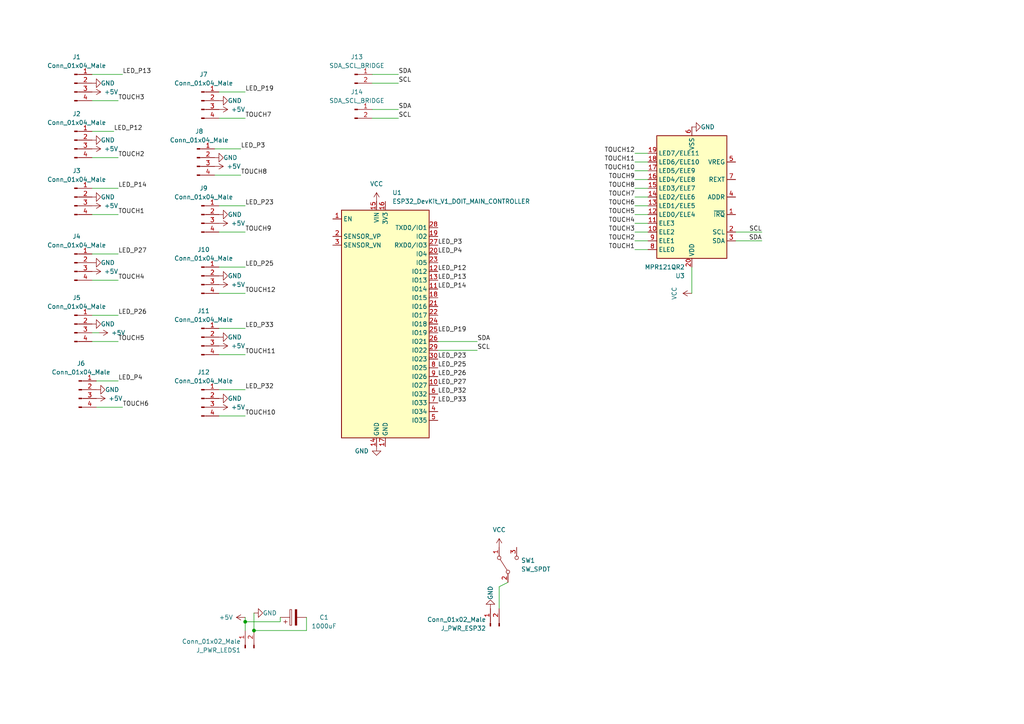
<source format=kicad_sch>
(kicad_sch (version 20211123) (generator eeschema)
  (paper "A4")
  (lib_symbols
    (symbol "Connector:Conn_01x02_Male" (pin_names (offset 1.016) hide)
      (property "Reference" "J" (at 0 2.54 0))
      (property "Value" "Conn_01x02_Male" (at 0 -5.08 0))
      (symbol "Conn_01x02_Male_1_1"
        (polyline (pts (xy 1.27 -2.54) (xy 0.8636 -2.54)) (stroke (width 0.1524)))
        (polyline (pts (xy 1.27 0) (xy 0.8636 0)) (stroke (width 0.1524)))
        (rectangle (start 0.8636 -2.413) (end 0 -2.667) (stroke (width 0.1524)) (fill (type outline)))
        (rectangle (start 0.8636 0.127) (end 0 -0.127) (stroke (width 0.1524)) (fill (type outline)))
        (pin passive line (at 5.08 0 180) (length 3.81) (name "Pin_1") (number "1"))
        (pin passive line (at 5.08 -2.54 180) (length 3.81) (name "Pin_2") (number "2"))
      )
    )
    (symbol "Connector:Conn_01x04_Male" (pin_names (offset 1.016) hide)
      (property "Reference" "J" (at 0 5.08 0))
      (property "Value" "Conn_01x04_Male" (at 0 -7.62 0))
      (symbol "Conn_01x04_Male_1_1"
        (polyline (pts (xy 1.27 -5.08) (xy 0.8636 -5.08)) (stroke (width 0.1524)))
        (polyline (pts (xy 1.27 -2.54) (xy 0.8636 -2.54)) (stroke (width 0.1524)))
        (polyline (pts (xy 1.27 0) (xy 0.8636 0)) (stroke (width 0.1524)))
        (polyline (pts (xy 1.27 2.54) (xy 0.8636 2.54)) (stroke (width 0.1524)))
        (rectangle (start 0.8636 -4.953) (end 0 -5.207) (stroke (width 0.1524)) (fill (type outline)))
        (rectangle (start 0.8636 -2.413) (end 0 -2.667) (stroke (width 0.1524)) (fill (type outline)))
        (rectangle (start 0.8636 0.127) (end 0 -0.127) (stroke (width 0.1524)) (fill (type outline)))
        (rectangle (start 0.8636 2.667) (end 0 2.413) (stroke (width 0.1524)) (fill (type outline)))
        (pin passive line (at 5.08 2.54 180) (length 3.81) (name "Pin_1") (number "1"))
        (pin passive line (at 5.08 0 180) (length 3.81) (name "Pin_2") (number "2"))
        (pin passive line (at 5.08 -2.54 180) (length 3.81) (name "Pin_3") (number "3"))
        (pin passive line (at 5.08 -5.08 180) (length 3.81) (name "Pin_4") (number "4"))
      )
    )
    (symbol "Device:C_Polarized" (pin_numbers hide) (pin_names (offset 0.254))
      (property "Reference" "C" (at 0.635 2.54 0))
      (property "Value" "C_Polarized" (at 0.635 -2.54 0))
      (symbol "C_Polarized_0_1"
        (rectangle (start -2.286 0.508) (end 2.286 1.016))
        (polyline (pts (xy -1.778 2.286) (xy -0.762 2.286)))
        (polyline (pts (xy -1.27 2.794) (xy -1.27 1.778)))
        (rectangle (start 2.286 -0.508) (end -2.286 -1.016) (fill (type outline)))
      )
      (symbol "C_Polarized_1_1"
        (pin passive line (at 0 3.81 270) (length 2.794) (name "~") (number "1"))
        (pin passive line (at 0 -3.81 90) (length 2.794) (name "~") (number "2"))
      )
    )
    (symbol "ESP32_devkit_v1:ESP32_DevKit_V1_DOIT"
      (property "Reference" "U" (at -11.43 34.29 0))
      (property "Value" "ESP32_DevKit_V1_DOIT" (at 11.43 34.29 0))
      (symbol "ESP32_DevKit_V1_DOIT_1_1"
        (rectangle (start -12.7 33.02) (end 12.7 -33.02) (stroke (width 0.254)) (fill (type background)))
        (pin input line (at -15.24 30.48 0) (length 2.54) (name "EN") (number "1"))
        (pin bidirectional line (at 15.24 -17.78 180) (length 2.54) (name "IO27") (number "10"))
        (pin bidirectional line (at 15.24 10.16 180) (length 2.54) (name "IO14") (number "11"))
        (pin bidirectional line (at 15.24 15.24 180) (length 2.54) (name "IO12") (number "12"))
        (pin bidirectional line (at 15.24 12.7 180) (length 2.54) (name "IO13") (number "13"))
        (pin power_in line (at -2.54 -35.56 90) (length 2.54) (name "GND") (number "14"))
        (pin power_in line (at -2.54 35.56 270) (length 2.54) (name "VIN") (number "15"))
        (pin power_in line (at 0 35.56 270) (length 2.54) (name "3V3") (number "16"))
        (pin power_in line (at 0 -35.56 90) (length 2.54) (name "GND") (number "17"))
        (pin bidirectional line (at 15.24 7.62 180) (length 2.54) (name "IO15") (number "18"))
        (pin bidirectional line (at 15.24 25.4 180) (length 2.54) (name "IO2") (number "19"))
        (pin input line (at -15.24 25.4 0) (length 2.54) (name "SENSOR_VP") (number "2"))
        (pin bidirectional line (at 15.24 20.32 180) (length 2.54) (name "IO4") (number "20"))
        (pin bidirectional line (at 15.24 5.08 180) (length 2.54) (name "IO16") (number "21"))
        (pin bidirectional line (at 15.24 2.54 180) (length 2.54) (name "IO17") (number "22"))
        (pin bidirectional line (at 15.24 17.78 180) (length 2.54) (name "IO5") (number "23"))
        (pin bidirectional line (at 15.24 0 180) (length 2.54) (name "IO18") (number "24"))
        (pin bidirectional line (at 15.24 -2.54 180) (length 2.54) (name "IO19") (number "25"))
        (pin bidirectional line (at 15.24 -5.08 180) (length 2.54) (name "IO21") (number "26"))
        (pin bidirectional line (at 15.24 22.86 180) (length 2.54) (name "RXD0/IO3") (number "27"))
        (pin bidirectional line (at 15.24 27.94 180) (length 2.54) (name "TXD0/IO1") (number "28"))
        (pin bidirectional line (at 15.24 -7.62 180) (length 2.54) (name "IO22") (number "29"))
        (pin input line (at -15.24 22.86 0) (length 2.54) (name "SENSOR_VN") (number "3"))
        (pin bidirectional line (at 15.24 -10.16 180) (length 2.54) (name "IO23") (number "30"))
        (pin input line (at 15.24 -25.4 180) (length 2.54) (name "IO34") (number "4"))
        (pin input line (at 15.24 -27.94 180) (length 2.54) (name "IO35") (number "5"))
        (pin bidirectional line (at 15.24 -20.32 180) (length 2.54) (name "IO32") (number "6"))
        (pin bidirectional line (at 15.24 -22.86 180) (length 2.54) (name "IO33") (number "7"))
        (pin bidirectional line (at 15.24 -12.7 180) (length 2.54) (name "IO25") (number "8"))
        (pin bidirectional line (at 15.24 -15.24 180) (length 2.54) (name "IO26") (number "9"))
      )
    )
    (symbol "Sensor_Touch:MPR121QR2"
      (property "Reference" "U" (at -10.16 19.05 0))
      (property "Value" "MPR121QR2" (at 6.35 19.05 0))
      (symbol "MPR121QR2_0_1"
        (rectangle (start -10.16 17.78) (end 10.16 -17.78) (stroke (width 0.254)) (fill (type background)))
      )
      (symbol "MPR121QR2_1_1"
        (pin open_collector line (at -12.7 5.08 0) (length 2.54) (name "~{IRQ}") (number "1"))
        (pin passive line (at 12.7 10.16 180) (length 2.54) (name "ELE2") (number "10"))
        (pin passive line (at 12.7 7.62 180) (length 2.54) (name "ELE3") (number "11"))
        (pin passive line (at 12.7 5.08 180) (length 2.54) (name "LED0/ELE4") (number "12"))
        (pin passive line (at 12.7 2.54 180) (length 2.54) (name "LED1/ELE5") (number "13"))
        (pin passive line (at 12.7 0 180) (length 2.54) (name "LED2/ELE6") (number "14"))
        (pin passive line (at 12.7 -2.54 180) (length 2.54) (name "LED3/ELE7") (number "15"))
        (pin passive line (at 12.7 -5.08 180) (length 2.54) (name "LED4/ELE8") (number "16"))
        (pin passive line (at 12.7 -7.62 180) (length 2.54) (name "LED5/ELE9") (number "17"))
        (pin passive line (at 12.7 -10.16 180) (length 2.54) (name "LED6/ELE10") (number "18"))
        (pin passive line (at 12.7 -12.7 180) (length 2.54) (name "LED7/ELE11") (number "19"))
        (pin input line (at -12.7 10.16 0) (length 2.54) (name "SCL") (number "2"))
        (pin power_in line (at 0 20.32 270) (length 2.54) (name "VDD") (number "20"))
        (pin bidirectional line (at -12.7 12.7 0) (length 2.54) (name "SDA") (number "3"))
        (pin input line (at -12.7 0 0) (length 2.54) (name "ADDR") (number "4"))
        (pin passive line (at -12.7 -10.16 0) (length 2.54) (name "VREG") (number "5"))
        (pin power_in line (at 0 -20.32 90) (length 2.54) (name "VSS") (number "6"))
        (pin passive line (at -12.7 -5.08 0) (length 2.54) (name "REXT") (number "7"))
        (pin passive line (at 12.7 15.24 180) (length 2.54) (name "ELE0") (number "8"))
        (pin passive line (at 12.7 12.7 180) (length 2.54) (name "ELE1") (number "9"))
      )
    )
    (symbol "Switch:SW_SPDT" (pin_names (offset 0) hide)
      (property "Reference" "SW" (at 0 4.318 0))
      (property "Value" "SW_SPDT" (at 0 -5.08 0))
      (symbol "SW_SPDT_0_0"
        (circle (center -2.032 0) (radius 0.508))
        (circle (center 2.032 -2.54) (radius 0.508))
      )
      (symbol "SW_SPDT_0_1"
        (polyline (pts (xy -1.524 0.254) (xy 1.651 2.286)))
        (circle (center 2.032 2.54) (radius 0.508))
      )
      (symbol "SW_SPDT_1_1"
        (pin passive line (at 5.08 2.54 180) (length 2.54) (name "A") (number "1"))
        (pin passive line (at -5.08 0 0) (length 2.54) (name "B") (number "2"))
        (pin passive line (at 5.08 -2.54 180) (length 2.54) (name "C") (number "3"))
      )
    )
    (symbol "power:+5V" (power) (pin_names (offset 0))
      (property "Value" "+5V" (at 0 3.556 0))
      (symbol "+5V_0_1"
        (polyline (pts (xy -0.762 1.27) (xy 0 2.54)))
        (polyline (pts (xy 0 0) (xy 0 2.54)))
        (polyline (pts (xy 0 2.54) (xy 0.762 1.27)))
      )
      (symbol "+5V_1_1"
        (pin power_in line (at 0 0 90) (length 0) hide (name "+5V") (number "1"))
      )
    )
    (symbol "power:GND" (power) (pin_names (offset 0))
      (property "Value" "GND" (at 0 -3.81 0))
      (symbol "GND_0_1"
        (polyline (pts (xy 0 0) (xy 0 -1.27) (xy 1.27 -1.27) (xy 0 -2.54) (xy -1.27 -1.27) (xy 0 -1.27)))
      )
      (symbol "GND_1_1"
        (pin power_in line (at 0 0 270) (length 0) hide (name "GND") (number "1"))
      )
    )
    (symbol "power:VCC" (power) (pin_names (offset 0))
      (property "Value" "VCC" (at 0 3.81 0))
      (symbol "VCC_0_1"
        (polyline (pts (xy -0.762 1.27) (xy 0 2.54)))
        (polyline (pts (xy 0 0) (xy 0 2.54)))
        (polyline (pts (xy 0 2.54) (xy 0.762 1.27)))
      )
      (symbol "VCC_1_1"
        (pin power_in line (at 0 0 90) (length 0) hide (name "VCC") (number "1"))
      )
    )
  )
  (junction (at 73.66 182.88))
  (junction (at 71.12 180.34))
  (wire (pts (xy 63.5 85.09) (xy 71.12 85.09)))
  (wire (pts (xy 27.94 110.49) (xy 34.29 110.49)))
  (wire (pts (xy 81.28 179.07) (xy 81.28 180.34)))
  (wire (pts (xy 88.9 179.07) (xy 88.9 182.88)))
  (wire (pts (xy 127 99.06) (xy 138.43 99.06)))
  (wire (pts (xy 144.78 176.53) (xy 144.78 170.18)))
  (wire (pts (xy 127 101.6) (xy 138.43 101.6)))
  (wire (pts (xy 187.96 52.07) (xy 184.15 52.07)))
  (wire (pts (xy 63.5 67.31) (xy 71.12 67.31)))
  (wire (pts (xy 26.67 73.66) (xy 34.29 73.66)))
  (wire (pts (xy 187.96 59.69) (xy 184.15 59.69)))
  (wire (pts (xy 81.28 180.34) (xy 71.12 180.34)))
  (wire (pts (xy 107.95 34.29) (xy 115.57 34.29)))
  (wire (pts (xy 63.5 113.03) (xy 71.12 113.03)))
  (wire (pts (xy 26.67 96.52) (xy 28.7219 96.52)))
  (wire (pts (xy 187.96 57.15) (xy 184.15 57.15)))
  (wire (pts (xy 187.96 67.31) (xy 184.15 67.31)))
  (wire (pts (xy 187.96 69.85) (xy 184.15 69.85)))
  (wire (pts (xy 26.67 21.59) (xy 35.56 21.59)))
  (wire (pts (xy 220.98 69.85) (xy 213.36 69.85)))
  (wire (pts (xy 27.94 118.11) (xy 35.56 118.11)))
  (wire (pts (xy 26.67 81.28) (xy 34.29 81.28)))
  (wire (pts (xy 107.95 21.59) (xy 115.57 21.59)))
  (wire (pts (xy 107.95 24.13) (xy 115.57 24.13)))
  (wire (pts (xy 26.67 99.06) (xy 34.29 99.06)))
  (wire (pts (xy 26.67 38.1) (xy 33.02 38.1)))
  (wire (pts (xy 63.5 26.67) (xy 71.12 26.67)))
  (wire (pts (xy 26.67 91.44) (xy 34.29 91.44)))
  (wire (pts (xy 107.95 31.75) (xy 115.57 31.75)))
  (wire (pts (xy 62.23 50.8) (xy 69.85 50.8)))
  (wire (pts (xy 71.12 179.07) (xy 71.12 180.34)))
  (wire (pts (xy 187.96 62.23) (xy 184.15 62.23)))
  (wire (pts (xy 63.5 77.47) (xy 71.12 77.47)))
  (wire (pts (xy 26.67 45.72) (xy 34.29 45.72)))
  (wire (pts (xy 63.5 95.25) (xy 71.12 95.25)))
  (wire (pts (xy 63.5 120.65) (xy 71.12 120.65)))
  (wire (pts (xy 187.96 64.77) (xy 184.15 64.77)))
  (wire (pts (xy 63.5 102.87) (xy 71.12 102.87)))
  (wire (pts (xy 187.96 72.39) (xy 184.15 72.39)))
  (wire (pts (xy 71.12 180.34) (xy 71.12 182.88)))
  (wire (pts (xy 63.5 59.69) (xy 71.12 59.69)))
  (wire (pts (xy 187.96 44.45) (xy 184.15 44.45)))
  (wire (pts (xy 220.98 67.31) (xy 213.36 67.31)))
  (wire (pts (xy 73.66 177.8) (xy 73.66 182.88)))
  (wire (pts (xy 187.96 46.99) (xy 184.15 46.99)))
  (wire (pts (xy 63.5 34.29) (xy 71.12 34.29)))
  (wire (pts (xy 187.96 54.61) (xy 184.15 54.61)))
  (wire (pts (xy 200.66 85.09) (xy 200.66 77.47)))
  (wire (pts (xy 26.67 54.61) (xy 34.29 54.61)))
  (wire (pts (xy 144.78 170.18) (xy 147.32 168.91)))
  (wire (pts (xy 62.23 43.18) (xy 69.85 43.18)))
  (wire (pts (xy 187.96 49.53) (xy 184.15 49.53)))
  (wire (pts (xy 26.67 62.23) (xy 34.29 62.23)))
  (wire (pts (xy 88.9 182.88) (xy 73.66 182.88)))
  (wire (pts (xy 26.67 29.21) (xy 34.29 29.21)))
  (label "LED_P19" (at 71.12 26.67 0))
  (label "LED_P14" (at 127 83.82 0))
  (label "TOUCH8" (at 184.15 54.61 180))
  (label "LED_P27" (at 34.29 73.66 0))
  (label "LED_P27" (at 127 111.76 0))
  (label "TOUCH9" (at 71.12 67.31 0))
  (label "TOUCH3" (at 34.29 29.21 0))
  (label "LED_P4" (at 127 73.66 0))
  (label "TOUCH10" (at 71.12 120.65 0))
  (label "LED_P33" (at 71.12 95.25 0))
  (label "TOUCH1" (at 34.29 62.23 0))
  (label "LED_P12" (at 33.02 38.1 0))
  (label "LED_P26" (at 34.29 91.44 0))
  (label "TOUCH9" (at 184.15 52.07 180))
  (label "TOUCH5" (at 34.29 99.06 0))
  (label "SCL" (at 220.98 67.31 180))
  (label "SDA" (at 115.57 31.75 0))
  (label "SCL" (at 115.57 24.13 0))
  (label "LED_P14" (at 34.29 54.61 0))
  (label "LED_P32" (at 127 114.3 0))
  (label "TOUCH7" (at 71.12 34.29 0))
  (label "LED_P3" (at 127 71.12 0))
  (label "SDA" (at 115.57 21.59 0))
  (label "TOUCH11" (at 71.12 102.87 0))
  (label "LED_P25" (at 71.12 77.47 0))
  (label "LED_P13" (at 127 81.28 0))
  (label "LED_P12" (at 127 78.74 0))
  (label "TOUCH10" (at 184.15 49.53 180))
  (label "TOUCH1" (at 184.15 72.39 180))
  (label "LED_P25" (at 127 106.68 0))
  (label "TOUCH3" (at 184.15 67.31 180))
  (label "TOUCH5" (at 184.15 62.23 180))
  (label "SDA" (at 220.98 69.85 180))
  (label "TOUCH12" (at 71.12 85.09 0))
  (label "TOUCH11" (at 184.15 46.99 180))
  (label "TOUCH12" (at 184.15 44.45 180))
  (label "LED_P4" (at 34.29 110.49 0))
  (label "TOUCH6" (at 184.15 59.69 180))
  (label "TOUCH2" (at 34.29 45.72 0))
  (label "TOUCH2" (at 184.15 69.85 180))
  (label "LED_P13" (at 35.56 21.59 0))
  (label "LED_P23" (at 71.12 59.69 0))
  (label "TOUCH8" (at 69.85 50.8 0))
  (label "TOUCH4" (at 184.15 64.77 180))
  (label "LED_P26" (at 127 109.22 0))
  (label "TOUCH6" (at 35.56 118.11 0))
  (label "SCL" (at 138.43 101.6 0))
  (label "LED_P3" (at 69.85 43.18 0))
  (label "LED_P33" (at 127 116.84 0))
  (label "SCL" (at 115.57 34.29 0))
  (label "TOUCH7" (at 184.15 57.15 180))
  (label "LED_P19" (at 127 96.52 0))
  (label "LED_P23" (at 127 104.14 0))
  (label "TOUCH4" (at 34.29 81.28 0))
  (label "LED_P32" (at 71.12 113.03 0))
  (label "SDA" (at 138.43 99.06 0))
  (symbol (lib_id "power:+5V") (at 26.67 59.69 270) (unit 1)
    (property "Reference" "#PWR0103" (effects hide))
    (property "Value" "+5V" (at 34.29 59.69 90) (effects (justify right)))
  )
  (symbol (lib_id "Switch:SW_SPDT") (at 147.32 163.83 90) (unit 1)
    (property "Reference" "SW1" (at 151.13 162.5599 90) (effects (justify right)))
    (property "Value" "SW_SPDT" (at 151.13 165.0999 90) (effects (justify right)))
    (property "Footprint" "Button_Switch_SMD:SW_DPDT_CK_JS202011JCQN" (effects hide))
  )
  (symbol (lib_id "power:GND") (at 63.5 29.21 90) (unit 1)
    (property "Reference" "#PWR014" (effects hide))
    (property "Value" "GND" (at 66.04 29.21 90) (effects (justify right)))
  )
  (symbol (lib_id "power:GND") (at 63.5 115.57 90) (unit 1)
    (property "Reference" "#PWR024" (effects hide))
    (property "Value" "GND" (at 66.04 115.57 90) (effects (justify right)))
  )
  (symbol (lib_id "power:GND") (at 26.67 40.64 90) (unit 1)
    (property "Reference" "#PWR04" (effects hide))
    (property "Value" "GND" (at 29.21 40.64 90) (effects (justify right)))
  )
  (symbol (lib_id "power:GND") (at 62.23 45.72 90) (unit 1)
    (property "Reference" "#PWR016" (effects hide))
    (property "Value" "GND" (at 64.77 45.72 90) (effects (justify right)))
  )
  (symbol (lib_id "power:GND") (at 63.5 62.23 90) (unit 1)
    (property "Reference" "#PWR018" (effects hide))
    (property "Value" "GND" (at 66.04 62.23 90) (effects (justify right)))
  )
  (symbol (lib_id "power:+5V") (at 63.5 64.77 270) (unit 1)
    (property "Reference" "#PWR0105" (effects hide))
    (property "Value" "+5V" (at 71.12 64.77 90) (effects (justify right)))
  )
  (symbol (lib_id "power:+5V") (at 26.67 26.67 270) (unit 1)
    (property "Reference" "#PWR0108" (effects hide))
    (property "Value" "+5V" (at 34.29 26.67 90) (effects (justify right)))
  )
  (symbol (lib_id "power:GND") (at 63.5 80.01 90) (unit 1)
    (property "Reference" "#PWR020" (effects hide))
    (property "Value" "GND" (at 66.04 80.01 90) (effects (justify right)))
  )
  (symbol (lib_id "power:+5V") (at 28.7219 96.52 270) (unit 1)
    (property "Reference" "#PWR0113" (effects hide))
    (property "Value" "+5V" (at 36.3419 96.52 90) (effects (justify right)))
  )
  (symbol (lib_id "power:+5V") (at 63.5 118.11 270) (unit 1)
    (property "Reference" "#PWR0107" (effects hide))
    (property "Value" "+5V" (at 71.12 118.11 90) (effects (justify right)))
  )
  (symbol (lib_id "power:GND") (at 200.66 36.83 90) (unit 1)
    (property "Reference" "#PWR0117" (effects hide))
    (property "Value" "GND" (at 203.2 36.83 90) (effects (justify right)))
  )
  (symbol (lib_id "power:VCC") (at 109.22 58.42 0) (unit 1)
    (property "Reference" "#PWR0123" (effects hide))
    (property "Value" "VCC" (at 109.22 53.34 0))
  )
  (symbol (lib_id "power:GND") (at 27.94 113.03 90) (unit 1)
    (property "Reference" "#PWR012" (effects hide))
    (property "Value" "GND" (at 30.48 113.03 90) (effects (justify right)))
  )
  (symbol (lib_id "Connector:Conn_01x02_Male") (at 71.12 187.96 90) (unit 1)
    (property "Reference" "J_PWR_LEDS1" (at 69.85 188.5951 90) (effects (justify left)))
    (property "Value" "Conn_01x02_Male" (at 69.85 186.0551 90) (effects (justify left)))
    (property "Footprint" "Connector_JST:JST_XH_B2B-XH-A_1x02_P2.50mm_Vertical" (effects hide))
  )
  (symbol (lib_id "power:VCC") (at 144.78 158.75 0) (unit 1)
    (property "Reference" "#PWR0121" (effects hide))
    (property "Value" "VCC" (at 144.78 153.67 0))
  )
  (symbol (lib_id "Connector:Conn_01x02_Male") (at 102.87 31.75 0) (unit 1)
    (property "Reference" "J14" (at 103.505 26.67 0))
    (property "Value" "SDA_SCL_BRIDGE" (at 103.505 29.21 0))
    (property "Footprint" "Connector_JST:JST_XH_B2B-XH-AM_1x02_P2.50mm_Vertical" (effects hide))
  )
  (symbol (lib_id "Connector:Conn_01x04_Male") (at 21.59 40.64 0) (unit 1)
    (property "Reference" "J2" (at 22.225 33.02 0))
    (property "Value" "Conn_01x04_Male" (at 22.225 35.56 0))
    (property "Footprint" "Connector_JST:JST_XH_B4B-XH-AM_1x04_P2.50mm_Vertical" (effects hide))
  )
  (symbol (lib_id "power:GND") (at 26.67 57.15 90) (unit 1)
    (property "Reference" "#PWR06" (effects hide))
    (property "Value" "GND" (at 29.21 57.15 90) (effects (justify right)))
  )
  (symbol (lib_id "Connector:Conn_01x04_Male") (at 21.59 24.13 0) (unit 1)
    (property "Reference" "J1" (at 22.225 16.51 0))
    (property "Value" "Conn_01x04_Male" (at 22.225 19.05 0))
    (property "Footprint" "Connector_JST:JST_XH_B4B-XH-AM_1x04_P2.50mm_Vertical" (effects hide))
  )
  (symbol (lib_id "power:+5V") (at 71.12 179.07 90) (unit 1)
    (property "Reference" "#PWR0109" (effects hide))
    (property "Value" "+5V" (at 63.5 179.07 90) (effects (justify right)))
  )
  (symbol (lib_id "Connector:Conn_01x04_Male") (at 22.86 113.03 0) (unit 1)
    (property "Reference" "J6" (at 23.495 105.41 0))
    (property "Value" "Conn_01x04_Male" (at 23.495 107.95 0))
    (property "Footprint" "Connector_JST:JST_XH_B4B-XH-AM_1x04_P2.50mm_Vertical" (effects hide))
  )
  (symbol (lib_id "power:+5V") (at 63.5 100.33 270) (unit 1)
    (property "Reference" "#PWR0106" (effects hide))
    (property "Value" "+5V" (at 71.12 100.33 90) (effects (justify right)))
  )
  (symbol (lib_id "power:GND") (at 73.66 177.8 90) (unit 1)
    (property "Reference" "#PWR0116" (effects hide))
    (property "Value" "GND" (at 76.2 177.8 90) (effects (justify right)))
  )
  (symbol (lib_id "Connector:Conn_01x04_Male") (at 57.15 45.72 0) (unit 1)
    (property "Reference" "J8" (at 57.785 38.1 0))
    (property "Value" "Conn_01x04_Male" (at 57.785 40.64 0))
    (property "Footprint" "Connector_JST:JST_XH_B4B-XH-AM_1x04_P2.50mm_Vertical" (effects hide))
  )
  (symbol (lib_id "power:+5V") (at 27.94 115.57 270) (unit 1)
    (property "Reference" "#PWR0102" (effects hide))
    (property "Value" "+5V" (at 35.56 115.57 90) (effects (justify right)))
  )
  (symbol (lib_id "power:VCC") (at 200.66 85.09 90) (unit 1)
    (property "Reference" "#PWR0115" (effects hide))
    (property "Value" "VCC" (at 195.58 85.09 0))
  )
  (symbol (lib_id "Connector:Conn_01x04_Male") (at 58.42 62.23 0) (unit 1)
    (property "Reference" "J9" (at 59.055 54.61 0))
    (property "Value" "Conn_01x04_Male" (at 59.055 57.15 0))
    (property "Footprint" "Connector_JST:JST_XH_B4B-XH-AM_1x04_P2.50mm_Vertical" (effects hide))
  )
  (symbol (lib_id "power:+5V") (at 62.23 48.26 270) (unit 1)
    (property "Reference" "#PWR0114" (effects hide))
    (property "Value" "+5V" (at 69.85 48.26 90) (effects (justify right)))
  )
  (symbol (lib_id "power:+5V") (at 63.5 31.75 270) (unit 1)
    (property "Reference" "#PWR0112" (effects hide))
    (property "Value" "+5V" (at 71.12 31.75 90) (effects (justify right)))
  )
  (symbol (lib_id "Sensor_Touch:MPR121QR2") (at 200.66 57.15 180) (unit 1)
    (property "Reference" "U3" (at 198.6406 80.01 0) (effects (justify left)))
    (property "Value" "MPR121QR2" (at 198.6406 77.47 0) (effects (justify left)))
    (property "Footprint" "mpr121_test-3:custom-mpr121" (effects hide))
    (property "Datasheet" "https://resurgentsemi.com/wp-content/uploads/2018/09/MPR121_rev5-Resurgent.pdf?d453f8&d453f8" (effects hide))
  )
  (symbol (lib_id "power:GND") (at 26.67 93.98 90) (unit 1)
    (property "Reference" "#PWR010" (effects hide))
    (property "Value" "GND" (at 29.21 93.98 90) (effects (justify right)))
  )
  (symbol (lib_id "Connector:Conn_01x04_Male") (at 58.42 80.01 0) (unit 1)
    (property "Reference" "J10" (at 59.055 72.39 0))
    (property "Value" "Conn_01x04_Male" (at 59.055 74.93 0))
    (property "Footprint" "Connector_JST:JST_XH_B4B-XH-AM_1x04_P2.50mm_Vertical" (effects hide))
  )
  (symbol (lib_id "power:+5V") (at 26.67 78.74 270) (unit 1)
    (property "Reference" "#PWR0110" (effects hide))
    (property "Value" "+5V" (at 34.29 78.74 90) (effects (justify right)))
  )
  (symbol (lib_id "ESP32_devkit_v1:ESP32_DevKit_V1_DOIT") (at 111.76 93.98 0) (unit 1)
    (property "Reference" "U1" (at 113.7794 55.88 0) (effects (justify left)))
    (property "Value" "ESP32_DevKit_V1_DOIT_MAIN_CONTROLLER" (at 113.7794 58.42 0) (effects (justify left)))
    (property "Footprint" "ESP32_devkit_v1:esp32_devkit_v1_doit" (effects hide))
    (property "Datasheet" "https://aliexpress.com/item/32864722159.html" (effects hide))
  )
  (symbol (lib_id "Connector:Conn_01x04_Male") (at 58.42 29.21 0) (unit 1)
    (property "Reference" "J7" (at 59.055 21.59 0))
    (property "Value" "Conn_01x04_Male" (at 59.055 24.13 0))
    (property "Footprint" "Connector_JST:JST_XH_B4B-XH-AM_1x04_P2.50mm_Vertical" (effects hide))
  )
  (symbol (lib_id "power:GND") (at 26.67 24.13 90) (unit 1)
    (property "Reference" "#PWR02" (effects hide))
    (property "Value" "GND" (at 29.21 24.13 90) (effects (justify right)))
  )
  (symbol (lib_id "Connector:Conn_01x04_Male") (at 21.59 76.2 0) (unit 1)
    (property "Reference" "J4" (at 22.225 68.58 0))
    (property "Value" "Conn_01x04_Male" (at 22.225 71.12 0))
    (property "Footprint" "Connector_JST:JST_XH_B4B-XH-AM_1x04_P2.50mm_Vertical" (effects hide))
  )
  (symbol (lib_id "power:GND") (at 63.5 97.79 90) (unit 1)
    (property "Reference" "#PWR022" (effects hide))
    (property "Value" "GND" (at 66.04 97.79 90) (effects (justify right)))
  )
  (symbol (lib_id "power:+5V") (at 26.67 43.18 270) (unit 1)
    (property "Reference" "#PWR0104" (effects hide))
    (property "Value" "+5V" (at 34.29 43.18 90) (effects (justify right)))
  )
  (symbol (lib_id "power:+5V") (at 63.5 82.55 270) (unit 1)
    (property "Reference" "#PWR0101" (effects hide))
    (property "Value" "+5V" (at 71.12 82.55 90) (effects (justify right)))
  )
  (symbol (lib_id "Connector:Conn_01x04_Male") (at 58.42 97.79 0) (unit 1)
    (property "Reference" "J11" (at 59.055 90.17 0))
    (property "Value" "Conn_01x04_Male" (at 59.055 92.71 0))
    (property "Footprint" "Connector_JST:JST_XH_B4B-XH-AM_1x04_P2.50mm_Vertical" (effects hide))
  )
  (symbol (lib_id "Device:C_Polarized") (at 85.09 179.07 90) (unit 1)
    (property "Reference" "C1" (at 93.98 179.07 90))
    (property "Value" "1000uF" (at 93.98 181.61 90))
    (property "Footprint" "Capacitor_THT:CP_Radial_D10.0mm_P5.00mm" (effects hide))
  )
  (symbol (lib_id "Connector:Conn_01x04_Male") (at 58.42 115.57 0) (unit 1)
    (property "Reference" "J12" (at 59.055 107.95 0))
    (property "Value" "Conn_01x04_Male" (at 59.055 110.49 0))
    (property "Footprint" "Connector_JST:JST_XH_B4B-XH-AM_1x04_P2.50mm_Vertical" (effects hide))
  )
  (symbol (lib_id "power:GND") (at 26.67 76.2 90) (unit 1)
    (property "Reference" "#PWR08" (effects hide))
    (property "Value" "GND" (at 29.21 76.2 90) (effects (justify right)))
  )
  (symbol (lib_id "Connector:Conn_01x04_Male") (at 21.59 93.98 0) (unit 1)
    (property "Reference" "J5" (at 22.225 86.36 0))
    (property "Value" "Conn_01x04_Male" (at 22.225 88.9 0))
    (property "Footprint" "Connector_JST:JST_XH_B4B-XH-AM_1x04_P2.50mm_Vertical" (effects hide))
  )
  (symbol (lib_id "power:GND") (at 109.22 129.54 0) (unit 1)
    (property "Reference" "#PWR0111" (effects hide))
    (property "Value" "GND" (at 102.87 130.81 0) (effects (justify left)))
  )
  (symbol (lib_id "power:GND") (at 142.24 176.53 180) (unit 1)
    (property "Reference" "#PWR0122" (effects hide))
    (property "Value" "GND" (at 142.24 173.99 90) (effects (justify right)))
  )
  (symbol (lib_id "Connector:Conn_01x02_Male") (at 102.87 21.59 0) (unit 1)
    (property "Reference" "J13" (at 103.505 16.51 0))
    (property "Value" "SDA_SCL_BRIDGE" (at 103.505 19.05 0))
    (property "Footprint" "Connector_JST:JST_XH_B2B-XH-AM_1x02_P2.50mm_Vertical" (effects hide))
  )
  (symbol (lib_id "Connector:Conn_01x04_Male") (at 21.59 57.15 0) (unit 1)
    (property "Reference" "J3" (at 22.225 49.53 0))
    (property "Value" "Conn_01x04_Male" (at 22.225 52.07 0))
    (property "Footprint" "Connector_JST:JST_XH_B4B-XH-AM_1x04_P2.50mm_Vertical" (effects hide))
  )
  (symbol (lib_id "Connector:Conn_01x02_Male") (at 142.24 181.61 90) (unit 1)
    (property "Reference" "J_PWR_ESP32" (at 140.97 182.2451 90) (effects (justify left)))
    (property "Value" "Conn_01x02_Male" (at 140.97 179.7051 90) (effects (justify left)))
    (property "Footprint" "Connector_JST:JST_XH_B2B-XH-A_1x02_P2.50mm_Vertical" (effects hide))
  )
)
</source>
